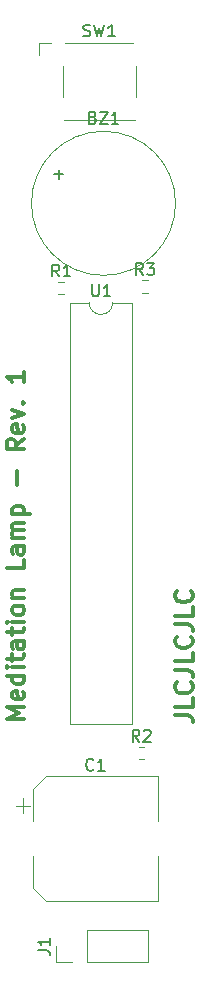
<source format=gbr>
%TF.GenerationSoftware,KiCad,Pcbnew,(5.99.0-11067-gb10f156dd0)*%
%TF.CreationDate,2021-06-27T22:48:24-06:00*%
%TF.ProjectId,MeditationLamp,4d656469-7461-4746-996f-6e4c616d702e,rev?*%
%TF.SameCoordinates,Original*%
%TF.FileFunction,Legend,Top*%
%TF.FilePolarity,Positive*%
%FSLAX46Y46*%
G04 Gerber Fmt 4.6, Leading zero omitted, Abs format (unit mm)*
G04 Created by KiCad (PCBNEW (5.99.0-11067-gb10f156dd0)) date 2021-06-27 22:48:24*
%MOMM*%
%LPD*%
G01*
G04 APERTURE LIST*
%ADD10C,0.300000*%
%ADD11C,0.150000*%
%ADD12C,0.120000*%
G04 APERTURE END LIST*
D10*
X36933171Y-79965600D02*
X38004600Y-79965600D01*
X38218885Y-80037028D01*
X38361742Y-80179885D01*
X38433171Y-80394171D01*
X38433171Y-80537028D01*
X38433171Y-78537028D02*
X38433171Y-79251314D01*
X36933171Y-79251314D01*
X38290314Y-77179885D02*
X38361742Y-77251314D01*
X38433171Y-77465600D01*
X38433171Y-77608457D01*
X38361742Y-77822742D01*
X38218885Y-77965600D01*
X38076028Y-78037028D01*
X37790314Y-78108457D01*
X37576028Y-78108457D01*
X37290314Y-78037028D01*
X37147457Y-77965600D01*
X37004600Y-77822742D01*
X36933171Y-77608457D01*
X36933171Y-77465600D01*
X37004600Y-77251314D01*
X37076028Y-77179885D01*
X36933171Y-76108457D02*
X38004600Y-76108457D01*
X38218885Y-76179885D01*
X38361742Y-76322742D01*
X38433171Y-76537028D01*
X38433171Y-76679885D01*
X38433171Y-74679885D02*
X38433171Y-75394171D01*
X36933171Y-75394171D01*
X38290314Y-73322742D02*
X38361742Y-73394171D01*
X38433171Y-73608457D01*
X38433171Y-73751314D01*
X38361742Y-73965600D01*
X38218885Y-74108457D01*
X38076028Y-74179885D01*
X37790314Y-74251314D01*
X37576028Y-74251314D01*
X37290314Y-74179885D01*
X37147457Y-74108457D01*
X37004600Y-73965600D01*
X36933171Y-73751314D01*
X36933171Y-73608457D01*
X37004600Y-73394171D01*
X37076028Y-73322742D01*
X36933171Y-72251314D02*
X38004600Y-72251314D01*
X38218885Y-72322742D01*
X38361742Y-72465600D01*
X38433171Y-72679885D01*
X38433171Y-72822742D01*
X38433171Y-70822742D02*
X38433171Y-71537028D01*
X36933171Y-71537028D01*
X38290314Y-69465600D02*
X38361742Y-69537028D01*
X38433171Y-69751314D01*
X38433171Y-69894171D01*
X38361742Y-70108457D01*
X38218885Y-70251314D01*
X38076028Y-70322742D01*
X37790314Y-70394171D01*
X37576028Y-70394171D01*
X37290314Y-70322742D01*
X37147457Y-70251314D01*
X37004600Y-70108457D01*
X36933171Y-69894171D01*
X36933171Y-69751314D01*
X37004600Y-69537028D01*
X37076028Y-69465600D01*
X24183771Y-80235857D02*
X22683771Y-80235857D01*
X23755200Y-79735857D01*
X22683771Y-79235857D01*
X24183771Y-79235857D01*
X24112342Y-77950142D02*
X24183771Y-78093000D01*
X24183771Y-78378714D01*
X24112342Y-78521571D01*
X23969485Y-78593000D01*
X23398057Y-78593000D01*
X23255200Y-78521571D01*
X23183771Y-78378714D01*
X23183771Y-78093000D01*
X23255200Y-77950142D01*
X23398057Y-77878714D01*
X23540914Y-77878714D01*
X23683771Y-78593000D01*
X24183771Y-76593000D02*
X22683771Y-76593000D01*
X24112342Y-76593000D02*
X24183771Y-76735857D01*
X24183771Y-77021571D01*
X24112342Y-77164428D01*
X24040914Y-77235857D01*
X23898057Y-77307285D01*
X23469485Y-77307285D01*
X23326628Y-77235857D01*
X23255200Y-77164428D01*
X23183771Y-77021571D01*
X23183771Y-76735857D01*
X23255200Y-76593000D01*
X24183771Y-75878714D02*
X23183771Y-75878714D01*
X22683771Y-75878714D02*
X22755200Y-75950142D01*
X22826628Y-75878714D01*
X22755200Y-75807285D01*
X22683771Y-75878714D01*
X22826628Y-75878714D01*
X23183771Y-75378714D02*
X23183771Y-74807285D01*
X22683771Y-75164428D02*
X23969485Y-75164428D01*
X24112342Y-75093000D01*
X24183771Y-74950142D01*
X24183771Y-74807285D01*
X24183771Y-73664428D02*
X23398057Y-73664428D01*
X23255200Y-73735857D01*
X23183771Y-73878714D01*
X23183771Y-74164428D01*
X23255200Y-74307285D01*
X24112342Y-73664428D02*
X24183771Y-73807285D01*
X24183771Y-74164428D01*
X24112342Y-74307285D01*
X23969485Y-74378714D01*
X23826628Y-74378714D01*
X23683771Y-74307285D01*
X23612342Y-74164428D01*
X23612342Y-73807285D01*
X23540914Y-73664428D01*
X23183771Y-73164428D02*
X23183771Y-72593000D01*
X22683771Y-72950142D02*
X23969485Y-72950142D01*
X24112342Y-72878714D01*
X24183771Y-72735857D01*
X24183771Y-72593000D01*
X24183771Y-72093000D02*
X23183771Y-72093000D01*
X22683771Y-72093000D02*
X22755200Y-72164428D01*
X22826628Y-72093000D01*
X22755200Y-72021571D01*
X22683771Y-72093000D01*
X22826628Y-72093000D01*
X24183771Y-71164428D02*
X24112342Y-71307285D01*
X24040914Y-71378714D01*
X23898057Y-71450142D01*
X23469485Y-71450142D01*
X23326628Y-71378714D01*
X23255200Y-71307285D01*
X23183771Y-71164428D01*
X23183771Y-70950142D01*
X23255200Y-70807285D01*
X23326628Y-70735857D01*
X23469485Y-70664428D01*
X23898057Y-70664428D01*
X24040914Y-70735857D01*
X24112342Y-70807285D01*
X24183771Y-70950142D01*
X24183771Y-71164428D01*
X23183771Y-70021571D02*
X24183771Y-70021571D01*
X23326628Y-70021571D02*
X23255200Y-69950142D01*
X23183771Y-69807285D01*
X23183771Y-69593000D01*
X23255200Y-69450142D01*
X23398057Y-69378714D01*
X24183771Y-69378714D01*
X24183771Y-66807285D02*
X24183771Y-67521571D01*
X22683771Y-67521571D01*
X24183771Y-65664428D02*
X23398057Y-65664428D01*
X23255200Y-65735857D01*
X23183771Y-65878714D01*
X23183771Y-66164428D01*
X23255200Y-66307285D01*
X24112342Y-65664428D02*
X24183771Y-65807285D01*
X24183771Y-66164428D01*
X24112342Y-66307285D01*
X23969485Y-66378714D01*
X23826628Y-66378714D01*
X23683771Y-66307285D01*
X23612342Y-66164428D01*
X23612342Y-65807285D01*
X23540914Y-65664428D01*
X24183771Y-64950142D02*
X23183771Y-64950142D01*
X23326628Y-64950142D02*
X23255200Y-64878714D01*
X23183771Y-64735857D01*
X23183771Y-64521571D01*
X23255200Y-64378714D01*
X23398057Y-64307285D01*
X24183771Y-64307285D01*
X23398057Y-64307285D02*
X23255200Y-64235857D01*
X23183771Y-64093000D01*
X23183771Y-63878714D01*
X23255200Y-63735857D01*
X23398057Y-63664428D01*
X24183771Y-63664428D01*
X23183771Y-62950142D02*
X24683771Y-62950142D01*
X23255200Y-62950142D02*
X23183771Y-62807285D01*
X23183771Y-62521571D01*
X23255200Y-62378714D01*
X23326628Y-62307285D01*
X23469485Y-62235857D01*
X23898057Y-62235857D01*
X24040914Y-62307285D01*
X24112342Y-62378714D01*
X24183771Y-62521571D01*
X24183771Y-62807285D01*
X24112342Y-62950142D01*
X23612342Y-60450142D02*
X23612342Y-59307285D01*
X24183771Y-56593000D02*
X23469485Y-57093000D01*
X24183771Y-57450142D02*
X22683771Y-57450142D01*
X22683771Y-56878714D01*
X22755200Y-56735857D01*
X22826628Y-56664428D01*
X22969485Y-56593000D01*
X23183771Y-56593000D01*
X23326628Y-56664428D01*
X23398057Y-56735857D01*
X23469485Y-56878714D01*
X23469485Y-57450142D01*
X24112342Y-55378714D02*
X24183771Y-55521571D01*
X24183771Y-55807285D01*
X24112342Y-55950142D01*
X23969485Y-56021571D01*
X23398057Y-56021571D01*
X23255200Y-55950142D01*
X23183771Y-55807285D01*
X23183771Y-55521571D01*
X23255200Y-55378714D01*
X23398057Y-55307285D01*
X23540914Y-55307285D01*
X23683771Y-56021571D01*
X23183771Y-54807285D02*
X24183771Y-54450142D01*
X23183771Y-54093000D01*
X24040914Y-53521571D02*
X24112342Y-53450142D01*
X24183771Y-53521571D01*
X24112342Y-53593000D01*
X24040914Y-53521571D01*
X24183771Y-53521571D01*
X24183771Y-50878714D02*
X24183771Y-51735857D01*
X24183771Y-51307285D02*
X22683771Y-51307285D01*
X22898057Y-51450142D01*
X23040914Y-51593000D01*
X23112342Y-51735857D01*
D11*
%TO.C,J1*%
X25341580Y-99835333D02*
X26055866Y-99835333D01*
X26198723Y-99882952D01*
X26293961Y-99978190D01*
X26341580Y-100121047D01*
X26341580Y-100216285D01*
X26341580Y-98835333D02*
X26341580Y-99406761D01*
X26341580Y-99121047D02*
X25341580Y-99121047D01*
X25484438Y-99216285D01*
X25579676Y-99311523D01*
X25627295Y-99406761D01*
%TO.C,SW1*%
X29199366Y-22429361D02*
X29342223Y-22476980D01*
X29580319Y-22476980D01*
X29675557Y-22429361D01*
X29723176Y-22381742D01*
X29770795Y-22286504D01*
X29770795Y-22191266D01*
X29723176Y-22096028D01*
X29675557Y-22048409D01*
X29580319Y-22000790D01*
X29389842Y-21953171D01*
X29294604Y-21905552D01*
X29246985Y-21857933D01*
X29199366Y-21762695D01*
X29199366Y-21667457D01*
X29246985Y-21572219D01*
X29294604Y-21524600D01*
X29389842Y-21476980D01*
X29627938Y-21476980D01*
X29770795Y-21524600D01*
X30104128Y-21476980D02*
X30342223Y-22476980D01*
X30532700Y-21762695D01*
X30723176Y-22476980D01*
X30961271Y-21476980D01*
X31866033Y-22476980D02*
X31294604Y-22476980D01*
X31580319Y-22476980D02*
X31580319Y-21476980D01*
X31485080Y-21619838D01*
X31389842Y-21715076D01*
X31294604Y-21762695D01*
%TO.C,R2*%
X33930333Y-82192180D02*
X33597000Y-81715990D01*
X33358904Y-82192180D02*
X33358904Y-81192180D01*
X33739857Y-81192180D01*
X33835095Y-81239800D01*
X33882714Y-81287419D01*
X33930333Y-81382657D01*
X33930333Y-81525514D01*
X33882714Y-81620752D01*
X33835095Y-81668371D01*
X33739857Y-81715990D01*
X33358904Y-81715990D01*
X34311285Y-81287419D02*
X34358904Y-81239800D01*
X34454142Y-81192180D01*
X34692238Y-81192180D01*
X34787476Y-81239800D01*
X34835095Y-81287419D01*
X34882714Y-81382657D01*
X34882714Y-81477895D01*
X34835095Y-81620752D01*
X34263666Y-82192180D01*
X34882714Y-82192180D01*
%TO.C,U1*%
X29916095Y-43472180D02*
X29916095Y-44281704D01*
X29963714Y-44376942D01*
X30011333Y-44424561D01*
X30106571Y-44472180D01*
X30297047Y-44472180D01*
X30392285Y-44424561D01*
X30439904Y-44376942D01*
X30487523Y-44281704D01*
X30487523Y-43472180D01*
X31487523Y-44472180D02*
X30916095Y-44472180D01*
X31201809Y-44472180D02*
X31201809Y-43472180D01*
X31106571Y-43615038D01*
X31011333Y-43710276D01*
X30916095Y-43757895D01*
%TO.C,C1*%
X30044133Y-84540542D02*
X29996514Y-84588161D01*
X29853657Y-84635780D01*
X29758419Y-84635780D01*
X29615561Y-84588161D01*
X29520323Y-84492923D01*
X29472704Y-84397685D01*
X29425085Y-84207209D01*
X29425085Y-84064352D01*
X29472704Y-83873876D01*
X29520323Y-83778638D01*
X29615561Y-83683400D01*
X29758419Y-83635780D01*
X29853657Y-83635780D01*
X29996514Y-83683400D01*
X30044133Y-83731019D01*
X30996514Y-84635780D02*
X30425085Y-84635780D01*
X30710800Y-84635780D02*
X30710800Y-83635780D01*
X30615561Y-83778638D01*
X30520323Y-83873876D01*
X30425085Y-83921495D01*
%TO.C,R3*%
X34235133Y-42669780D02*
X33901800Y-42193590D01*
X33663704Y-42669780D02*
X33663704Y-41669780D01*
X34044657Y-41669780D01*
X34139895Y-41717400D01*
X34187514Y-41765019D01*
X34235133Y-41860257D01*
X34235133Y-42003114D01*
X34187514Y-42098352D01*
X34139895Y-42145971D01*
X34044657Y-42193590D01*
X33663704Y-42193590D01*
X34568466Y-41669780D02*
X35187514Y-41669780D01*
X34854180Y-42050733D01*
X34997038Y-42050733D01*
X35092276Y-42098352D01*
X35139895Y-42145971D01*
X35187514Y-42241209D01*
X35187514Y-42479304D01*
X35139895Y-42574542D01*
X35092276Y-42622161D01*
X34997038Y-42669780D01*
X34711323Y-42669780D01*
X34616085Y-42622161D01*
X34568466Y-42574542D01*
%TO.C,BZ1*%
X30015647Y-29340171D02*
X30158504Y-29387790D01*
X30206123Y-29435409D01*
X30253742Y-29530647D01*
X30253742Y-29673504D01*
X30206123Y-29768742D01*
X30158504Y-29816361D01*
X30063266Y-29863980D01*
X29682314Y-29863980D01*
X29682314Y-28863980D01*
X30015647Y-28863980D01*
X30110885Y-28911600D01*
X30158504Y-28959219D01*
X30206123Y-29054457D01*
X30206123Y-29149695D01*
X30158504Y-29244933D01*
X30110885Y-29292552D01*
X30015647Y-29340171D01*
X29682314Y-29340171D01*
X30587076Y-28863980D02*
X31253742Y-28863980D01*
X30587076Y-29863980D01*
X31253742Y-29863980D01*
X32158504Y-29863980D02*
X31587076Y-29863980D01*
X31872790Y-29863980D02*
X31872790Y-28863980D01*
X31777552Y-29006838D01*
X31682314Y-29102076D01*
X31587076Y-29149695D01*
X26705647Y-34143028D02*
X27467552Y-34143028D01*
X27086600Y-34523980D02*
X27086600Y-33762076D01*
%TO.C,R1*%
X27135333Y-42796780D02*
X26802000Y-42320590D01*
X26563904Y-42796780D02*
X26563904Y-41796780D01*
X26944857Y-41796780D01*
X27040095Y-41844400D01*
X27087714Y-41892019D01*
X27135333Y-41987257D01*
X27135333Y-42130114D01*
X27087714Y-42225352D01*
X27040095Y-42272971D01*
X26944857Y-42320590D01*
X26563904Y-42320590D01*
X28087714Y-42796780D02*
X27516285Y-42796780D01*
X27802000Y-42796780D02*
X27802000Y-41796780D01*
X27706761Y-41939638D01*
X27611523Y-42034876D01*
X27516285Y-42082495D01*
D12*
%TO.C,J1*%
X29489200Y-100832000D02*
X34629200Y-100832000D01*
X34629200Y-100832000D02*
X34629200Y-98172000D01*
X28219200Y-100832000D02*
X26889200Y-100832000D01*
X29489200Y-100832000D02*
X29489200Y-98172000D01*
X29489200Y-98172000D02*
X34629200Y-98172000D01*
X26889200Y-100832000D02*
X26889200Y-99502000D01*
%TO.C,SW1*%
X33632700Y-25024600D02*
X33632700Y-27624600D01*
X33432700Y-23074600D02*
X27632700Y-23074600D01*
X25432700Y-24024600D02*
X25432700Y-23024600D01*
X25432700Y-23024600D02*
X26432700Y-23024600D01*
X33532700Y-29574600D02*
X27532700Y-29574600D01*
X27432700Y-25024600D02*
X27432700Y-27624600D01*
%TO.C,R2*%
X33859742Y-83692300D02*
X34334258Y-83692300D01*
X33859742Y-82647300D02*
X34334258Y-82647300D01*
%TO.C,U1*%
X31678000Y-45019800D02*
G75*
G02*
X29678000Y-45019800I-1000000J0D01*
G01*
X29678000Y-45019800D02*
X28028000Y-45019800D01*
X28028000Y-80699800D02*
X33328000Y-80699800D01*
X33328000Y-45019800D02*
X31678000Y-45019800D01*
X28028000Y-45019800D02*
X28028000Y-80699800D01*
X33328000Y-80699800D02*
X33328000Y-45019800D01*
%TO.C,C1*%
X26015237Y-85123400D02*
X35470800Y-85123400D01*
X35470800Y-95643400D02*
X35470800Y-91893400D01*
X24950800Y-86187837D02*
X24950800Y-88873400D01*
X23460800Y-87623400D02*
X24710800Y-87623400D01*
X24950800Y-86187837D02*
X26015237Y-85123400D01*
X26015237Y-95643400D02*
X35470800Y-95643400D01*
X24950800Y-94578963D02*
X24950800Y-91893400D01*
X24950800Y-94578963D02*
X26015237Y-95643400D01*
X35470800Y-85123400D02*
X35470800Y-88873400D01*
X24085800Y-86998400D02*
X24085800Y-88248400D01*
%TO.C,R3*%
X34164542Y-44169900D02*
X34639058Y-44169900D01*
X34164542Y-43124900D02*
X34639058Y-43124900D01*
%TO.C,BZ1*%
X36996600Y-36611600D02*
G75*
G03*
X36996600Y-36611600I-6100000J0D01*
G01*
%TO.C,R1*%
X27064742Y-44296900D02*
X27539258Y-44296900D01*
X27064742Y-43251900D02*
X27539258Y-43251900D01*
%TD*%
M02*

</source>
